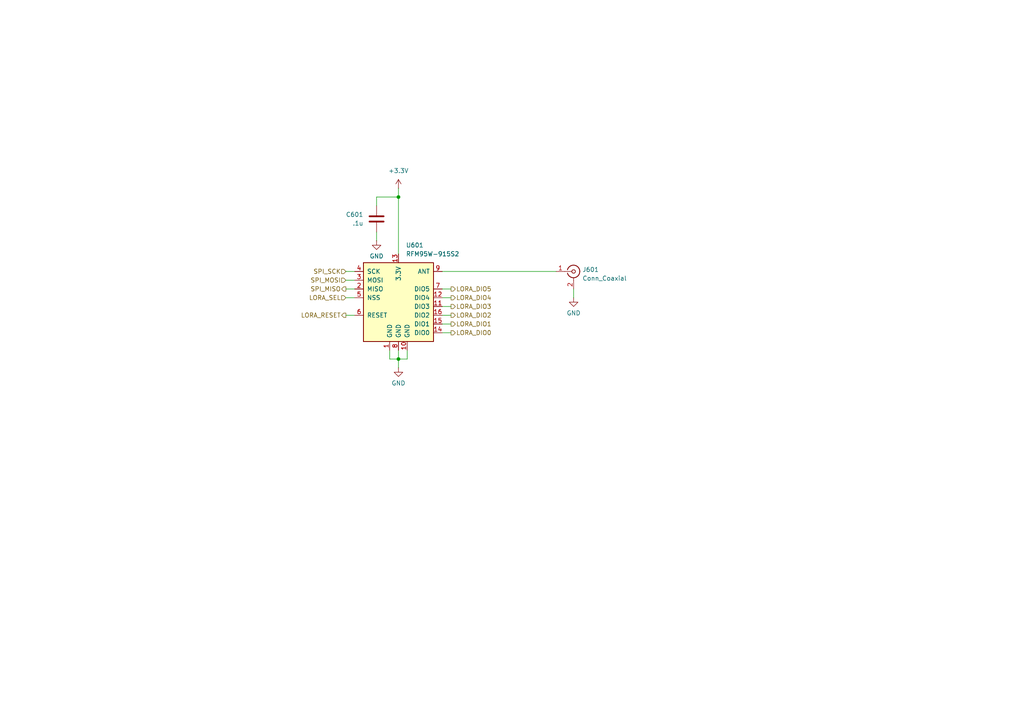
<source format=kicad_sch>
(kicad_sch (version 20250114) (generator "eeschema") (generator_version "9.0")
  (paper "A4")
  (title_block (company "Pioneer Rocketry"))
  (lib_symbols
    (symbol "Connector:Conn_Coaxial" (pin_names (offset 1.016) (hide yes))
      (property "Reference" "J" (at 0.254 3.048 0))
      (property "Value" "Conn_Coaxial" (at 2.921 0 90))
      (symbol "Conn_Coaxial_0_1"
        (polyline (pts (xy -2.54 0) (xy -0.508 0)))
        (arc (start 1.778 0) (mid 0.222 -1.8079) (end -1.778 -0.508) (stroke (width 0.254)))
        (arc (start -1.778 0.508) (mid 0.2221 1.8084) (end 1.778 0) (stroke (width 0.254)))
        (circle (center 0 0) (radius 0.508) (stroke (width 0.2032)))
        (polyline (pts (xy 0 -2.54) (xy 0 -1.778)))
      )
      (symbol "Conn_Coaxial_1_1"
        (pin passive line (at -5.08 0 0) (length 2.54) (name "In") (number "1"))
        (pin passive line (at 0 -5.08 90) (length 2.54) (name "Ext") (number "2"))
      )
    )
    (symbol "Device:C" (pin_numbers (hide yes)) (pin_names (offset 0.254))
      (property "Reference" "C" (at 0.635 2.54 0))
      (property "Value" "C" (at 0.635 -2.54 0))
      (symbol "C_0_1"
        (polyline (pts (xy -2.032 0.762) (xy 2.032 0.762)) (stroke (width 0.508)))
        (polyline (pts (xy -2.032 -0.762) (xy 2.032 -0.762)) (stroke (width 0.508)))
      )
      (symbol "C_1_1"
        (pin passive line (at 0 3.81 270) (length 2.794) (name "~") (number "1"))
        (pin passive line (at 0 -3.81 90) (length 2.794) (name "~") (number "2"))
      )
    )
    (symbol "RF_Module:RFM95W-915S2" (pin_names (offset 1.016))
      (property "Reference" "U" (at -10.414 11.684 0))
      (property "Value" "RFM95W-915S2" (at 1.524 11.43 0))
      (symbol "RFM95W-915S2_0_1"
        (rectangle (start -10.16 10.16) (end 10.16 -12.7) (stroke (width 0.254)) (fill (type background)))
      )
      (symbol "RFM95W-915S2_1_1"
        (pin input line (at -12.7 7.62 0) (length 2.54) (name "SCK") (number "4"))
        (pin input line (at -12.7 5.08 0) (length 2.54) (name "MOSI") (number "3"))
        (pin output line (at -12.7 2.54 0) (length 2.54) (name "MISO") (number "2"))
        (pin input line (at -12.7 0 0) (length 2.54) (name "NSS") (number "5"))
        (pin bidirectional line (at -12.7 -5.08 0) (length 2.54) (name "RESET") (number "6"))
        (pin power_in line (at -2.54 -15.24 90) (length 2.54) (name "GND") (number "1"))
        (pin power_in line (at 0 12.7 270) (length 2.54) (name "3.3V") (number "13"))
        (pin power_in line (at 0 -15.24 90) (length 2.54) (name "GND") (number "8"))
        (pin power_in line (at 2.54 -15.24 90) (length 2.54) (name "GND") (number "10"))
        (pin bidirectional line (at 12.7 7.62 180) (length 2.54) (name "ANT") (number "9"))
        (pin bidirectional line (at 12.7 2.54 180) (length 2.54) (name "DIO5") (number "7"))
        (pin bidirectional line (at 12.7 0 180) (length 2.54) (name "DIO4") (number "12"))
        (pin bidirectional line (at 12.7 -2.54 180) (length 2.54) (name "DIO3") (number "11"))
        (pin bidirectional line (at 12.7 -5.08 180) (length 2.54) (name "DIO2") (number "16"))
        (pin bidirectional line (at 12.7 -7.62 180) (length 2.54) (name "DIO1") (number "15"))
        (pin bidirectional line (at 12.7 -10.16 180) (length 2.54) (name "DIO0") (number "14"))
      )
    )
    (symbol "power:+3.3V" (power) (pin_numbers (hide yes)) (pin_names (offset 0) (hide yes))
      (property "Value" "+3.3V" (at 0 3.556 0))
      (symbol "+3.3V_0_1"
        (polyline (pts (xy -0.762 1.27) (xy 0 2.54)))
        (polyline (pts (xy 0 2.54) (xy 0.762 1.27)))
        (polyline (pts (xy 0 0) (xy 0 2.54)))
      )
      (symbol "+3.3V_1_1"
        (pin power_in line (at 0 0 90) (length 0) (name "~") (number "1"))
      )
    )
    (symbol "power:GND" (power) (pin_numbers (hide yes)) (pin_names (offset 0) (hide yes))
      (property "Value" "GND" (at 0 -3.81 0))
      (symbol "GND_0_1"
        (polyline (pts (xy 0 0) (xy 0 -1.27) (xy 1.27 -1.27) (xy 0 -2.54) (xy -1.27 -1.27) (xy 0 -1.27)))
      )
      (symbol "GND_1_1"
        (pin power_in line (at 0 0 270) (length 0) (name "~") (number "1"))
      )
    )
  )
  (junction (at 115.57 57.15))
  (junction (at 115.57 104.14))
  (wire (pts (xy 115.57 54.61) (xy 115.57 57.15)))
  (wire (pts (xy 115.57 57.15) (xy 115.57 73.66)))
  (wire (pts (xy 100.33 86.36) (xy 102.87 86.36)))
  (wire (pts (xy 128.27 78.74) (xy 161.29 78.74)))
  (wire (pts (xy 113.03 101.6) (xy 113.03 104.14)))
  (wire (pts (xy 100.33 91.44) (xy 102.87 91.44)))
  (wire (pts (xy 109.22 67.31) (xy 109.22 69.85)))
  (wire (pts (xy 115.57 106.68) (xy 115.57 104.14)))
  (wire (pts (xy 166.37 83.82) (xy 166.37 86.36)))
  (wire (pts (xy 130.81 83.82) (xy 128.27 83.82)))
  (wire (pts (xy 100.33 83.82) (xy 102.87 83.82)))
  (wire (pts (xy 115.57 101.6) (xy 115.57 104.14)))
  (wire (pts (xy 100.33 78.74) (xy 102.87 78.74)))
  (wire (pts (xy 113.03 104.14) (xy 115.57 104.14)))
  (wire (pts (xy 130.81 93.98) (xy 128.27 93.98)))
  (wire (pts (xy 130.81 91.44) (xy 128.27 91.44)))
  (wire (pts (xy 118.11 104.14) (xy 118.11 101.6)))
  (wire (pts (xy 130.81 86.36) (xy 128.27 86.36)))
  (wire (pts (xy 130.81 88.9) (xy 128.27 88.9)))
  (wire (pts (xy 109.22 57.15) (xy 115.57 57.15)))
  (wire (pts (xy 109.22 59.69) (xy 109.22 57.15)))
  (wire (pts (xy 115.57 104.14) (xy 118.11 104.14)))
  (wire (pts (xy 100.33 81.28) (xy 102.87 81.28)))
  (wire (pts (xy 128.27 96.52) (xy 130.81 96.52)))
  (hierarchical_label "LORA_DIO5" (shape output) (at 130.81 83.82 0))
  (hierarchical_label "LORA_SEL" (shape input) (at 100.33 86.36 180))
  (hierarchical_label "LORA_DIO0" (shape output) (at 130.81 96.52 0))
  (hierarchical_label "LORA_RESET" (shape output) (at 100.33 91.44 180))
  (hierarchical_label "SPI_SCK" (shape input) (at 100.33 78.74 180))
  (hierarchical_label "SPI_MISO" (shape output) (at 100.33 83.82 180))
  (hierarchical_label "SPI_MOSI" (shape input) (at 100.33 81.28 180))
  (hierarchical_label "LORA_DIO3" (shape output) (at 130.81 88.9 0))
  (hierarchical_label "LORA_DIO1" (shape output) (at 130.81 93.98 0))
  (hierarchical_label "LORA_DIO4" (shape output) (at 130.81 86.36 0))
  (hierarchical_label "LORA_DIO2" (shape output) (at 130.81 91.44 0))
  (symbol (lib_id "power:+3.3V") (at 115.57 54.61 0) (unit 1)
    (property "Reference" "#PWR0601" (effects (hide yes)))
    (property "Value" "+3.3V" (at 115.57 49.53 0))
    (property "Description" "Power symbol creates a global label with name \"+3.3V\"" (effects (hide yes)))
  )
  (symbol (lib_id "power:GND") (at 109.22 69.85 0) (unit 1)
    (property "Reference" "#PWR0602" (effects (hide yes)))
    (property "Value" "GND" (at 109.22 74.2934 0))
    (property "Description" "Power symbol creates a global label with name \"GND\" , ground" (effects (hide yes)))
  )
  (symbol (lib_id "Device:C") (at 109.22 63.5 0) (unit 1)
    (property "Reference" "C601" (at 105.41 62.2299 0) (effects (justify right)))
    (property "Value" ".1u" (at 105.41 64.7699 0) (effects (justify right)))
    (property "Footprint" "Capacitor_SMD:C_0603_1608Metric_Pad1.08x0.95mm_HandSolder" (effects (hide yes)))
    (property "Description" "Unpolarized capacitor" (effects (hide yes)))
  )
  (symbol (lib_id "Connector:Conn_Coaxial") (at 166.37 78.74 0) (unit 1)
    (property "Reference" "J601" (at 168.91 78.1985 0) (effects (justify left)))
    (property "Value" "Conn_Coaxial" (at 168.91 80.7354 0) (effects (justify left)))
    (property "Footprint" "Connector_Coaxial:SMA_Samtec_SMA-J-P-H-ST-EM1_EdgeMount" (effects (hide yes)))
    (property "Description" "coaxial connector (BNC, SMA, SMB, SMC, Cinch/RCA, LEMO, ...)" (effects (hide yes)))
  )
  (symbol (lib_id "RF_Module:RFM95W-915S2") (at 115.57 86.36 0) (unit 1)
    (property "Reference" "U601" (at 117.7133 71.12 0) (effects (justify left)))
    (property "Value" "RFM95W-915S2" (at 117.7133 73.66 0) (effects (justify left)))
    (property "Footprint" "RF_Module:HOPERF_RFM9XW_SMD" (effects (hide yes)))
    (property "Datasheet" "https://www.hoperf.com/data/upload/portal/20181127/5bfcbea20e9ef.pdf" (effects (hide yes)))
    (property "Description" "Low power long range transceiver module, SPI and parallel interface, 915 MHz, spreading factor 6 to12, bandwidth 7.8 to 500kHz, -111 to -148 dBm, SMD-16, DIP-16" (effects (hide yes)))
  )
  (symbol (lib_id "power:GND") (at 115.57 106.68 0) (unit 1)
    (property "Reference" "#PWR0604" (effects (hide yes)))
    (property "Value" "GND" (at 115.57 111.1234 0))
    (property "Description" "Power symbol creates a global label with name \"GND\" , ground" (effects (hide yes)))
  )
  (symbol (lib_id "power:GND") (at 166.37 86.36 0) (unit 1)
    (property "Reference" "#PWR0603" (effects (hide yes)))
    (property "Value" "GND" (at 166.37 90.8034 0))
    (property "Description" "Power symbol creates a global label with name \"GND\" , ground" (effects (hide yes)))
  )
)
</source>
